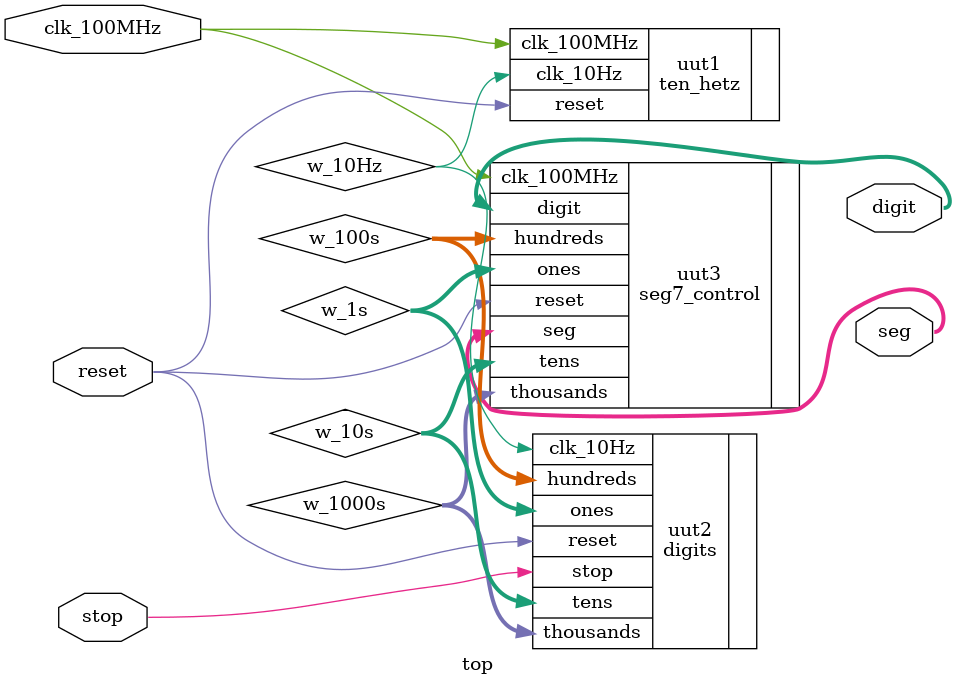
<source format=sv>
`timescale 1ns / 1ps

module top(
    input clk_100MHz,
    input reset,
    input stop,
    output [0:6] seg,
    output [3:0] digit
);
    wire w_10Hz;
    wire [3:0] w_1s, w_10s, w_100s, w_1000s;

    ten_hetz uut1(.clk_100MHz(clk_100MHz), .reset(reset), .clk_10Hz(w_10Hz));

    digits uut2(.clk_10Hz(w_10Hz), .reset(reset), .stop(stop), .ones(w_1s), .tens(w_10s), .hundreds(w_100s), .thousands(w_1000s));

    seg7_control uut3(.clk_100MHz(clk_100MHz), .reset(reset), .ones(w_1s), .tens(w_10s), .hundreds(w_100s), .thousands(w_1000s), .seg(seg), .digit(digit));
endmodule

</source>
